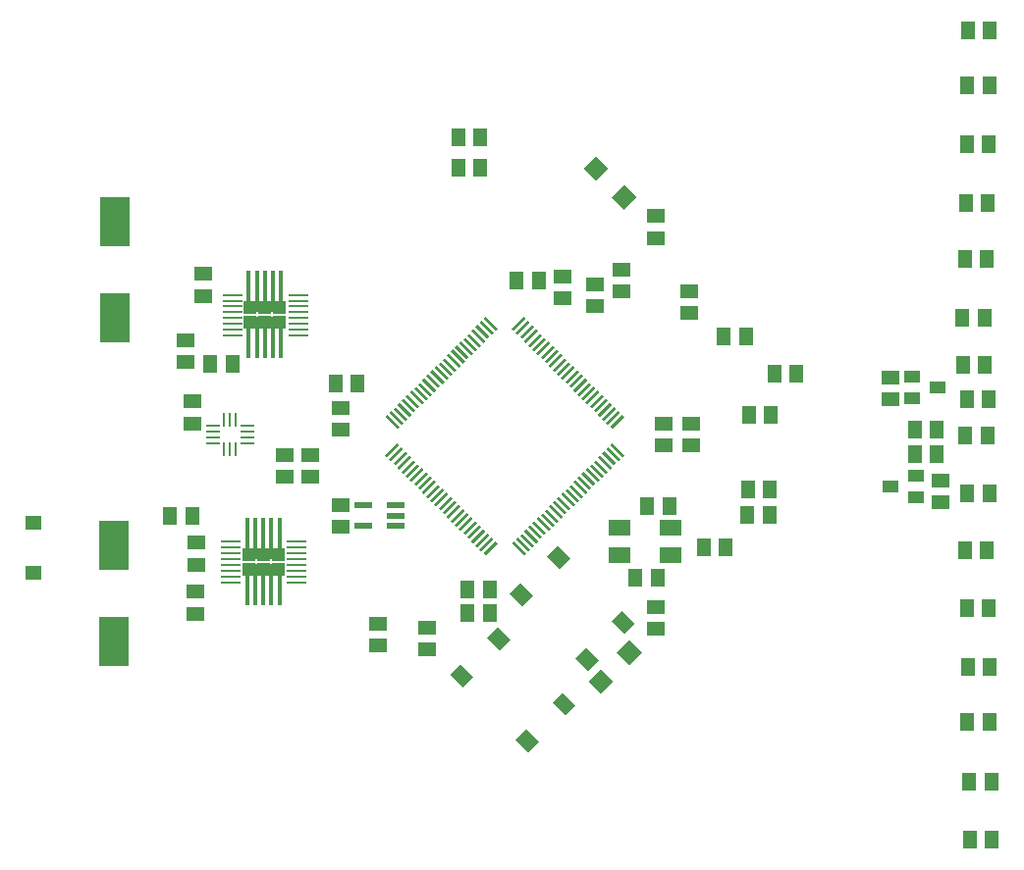
<source format=gbr>
G04 EAGLE Gerber RS-274X export*
G75*
%MOMM*%
%FSLAX34Y34*%
%LPD*%
%INSolderpaste Top*%
%IPPOS*%
%AMOC8*
5,1,8,0,0,1.08239X$1,22.5*%
G01*
%ADD10R,1.500000X1.300000*%
%ADD11R,1.300000X1.500000*%
%ADD12R,1.500000X1.500000*%
%ADD13R,1.900000X1.400000*%
%ADD14R,1.400000X1.000000*%
%ADD15R,1.300000X1.600000*%
%ADD16R,1.600000X1.300000*%
%ADD17R,1.550000X1.300000*%
%ADD18R,0.254000X1.473200*%
%ADD19R,1.778000X0.254000*%
%ADD20R,0.304800X3.556000*%
%ADD21R,2.500000X4.300000*%
%ADD22R,1.250000X0.250000*%
%ADD23R,0.250000X1.250000*%
%ADD24R,1.500000X0.500000*%
%ADD25R,1.470000X1.270000*%

G36*
X192738Y534087D02*
X192738Y534087D01*
X192740Y534086D01*
X192783Y534106D01*
X192827Y534124D01*
X192827Y534126D01*
X192829Y534127D01*
X192862Y534212D01*
X192862Y544912D01*
X192861Y544914D01*
X192862Y544916D01*
X192842Y544959D01*
X192824Y545003D01*
X192822Y545003D01*
X192821Y545005D01*
X192736Y545038D01*
X182036Y545038D01*
X182034Y545037D01*
X182032Y545038D01*
X181989Y545018D01*
X181945Y545000D01*
X181945Y544998D01*
X181943Y544997D01*
X181910Y544912D01*
X181910Y534212D01*
X181911Y534210D01*
X181910Y534208D01*
X181930Y534165D01*
X181948Y534121D01*
X181950Y534121D01*
X181951Y534119D01*
X182036Y534086D01*
X192736Y534086D01*
X192738Y534087D01*
G37*
G36*
X218138Y534087D02*
X218138Y534087D01*
X218140Y534086D01*
X218183Y534106D01*
X218227Y534124D01*
X218227Y534126D01*
X218229Y534127D01*
X218262Y534212D01*
X218262Y544912D01*
X218261Y544914D01*
X218262Y544916D01*
X218242Y544959D01*
X218224Y545003D01*
X218222Y545003D01*
X218221Y545005D01*
X218136Y545038D01*
X207436Y545038D01*
X207434Y545037D01*
X207432Y545038D01*
X207389Y545018D01*
X207345Y545000D01*
X207345Y544998D01*
X207343Y544997D01*
X207310Y544912D01*
X207310Y534212D01*
X207311Y534210D01*
X207310Y534208D01*
X207330Y534165D01*
X207348Y534121D01*
X207350Y534121D01*
X207351Y534119D01*
X207436Y534086D01*
X218136Y534086D01*
X218138Y534087D01*
G37*
G36*
X205438Y534087D02*
X205438Y534087D01*
X205440Y534086D01*
X205483Y534106D01*
X205527Y534124D01*
X205527Y534126D01*
X205529Y534127D01*
X205562Y534212D01*
X205562Y544912D01*
X205561Y544914D01*
X205562Y544916D01*
X205542Y544959D01*
X205524Y545003D01*
X205522Y545003D01*
X205521Y545005D01*
X205436Y545038D01*
X194736Y545038D01*
X194734Y545037D01*
X194732Y545038D01*
X194689Y545018D01*
X194645Y545000D01*
X194645Y544998D01*
X194643Y544997D01*
X194610Y544912D01*
X194610Y534212D01*
X194611Y534210D01*
X194610Y534208D01*
X194630Y534165D01*
X194648Y534121D01*
X194650Y534121D01*
X194651Y534119D01*
X194736Y534086D01*
X205436Y534086D01*
X205438Y534087D01*
G37*
G36*
X218138Y521387D02*
X218138Y521387D01*
X218140Y521386D01*
X218183Y521406D01*
X218227Y521424D01*
X218227Y521426D01*
X218229Y521427D01*
X218262Y521512D01*
X218262Y532212D01*
X218261Y532214D01*
X218262Y532216D01*
X218242Y532259D01*
X218224Y532303D01*
X218222Y532303D01*
X218221Y532305D01*
X218136Y532338D01*
X207436Y532338D01*
X207434Y532337D01*
X207432Y532338D01*
X207389Y532318D01*
X207345Y532300D01*
X207345Y532298D01*
X207343Y532297D01*
X207310Y532212D01*
X207310Y521512D01*
X207311Y521510D01*
X207310Y521508D01*
X207330Y521465D01*
X207348Y521421D01*
X207350Y521421D01*
X207351Y521419D01*
X207436Y521386D01*
X218136Y521386D01*
X218138Y521387D01*
G37*
G36*
X205438Y521387D02*
X205438Y521387D01*
X205440Y521386D01*
X205483Y521406D01*
X205527Y521424D01*
X205527Y521426D01*
X205529Y521427D01*
X205562Y521512D01*
X205562Y532212D01*
X205561Y532214D01*
X205562Y532216D01*
X205542Y532259D01*
X205524Y532303D01*
X205522Y532303D01*
X205521Y532305D01*
X205436Y532338D01*
X194736Y532338D01*
X194734Y532337D01*
X194732Y532338D01*
X194689Y532318D01*
X194645Y532300D01*
X194645Y532298D01*
X194643Y532297D01*
X194610Y532212D01*
X194610Y521512D01*
X194611Y521510D01*
X194610Y521508D01*
X194630Y521465D01*
X194648Y521421D01*
X194650Y521421D01*
X194651Y521419D01*
X194736Y521386D01*
X205436Y521386D01*
X205438Y521387D01*
G37*
G36*
X192738Y521387D02*
X192738Y521387D01*
X192740Y521386D01*
X192783Y521406D01*
X192827Y521424D01*
X192827Y521426D01*
X192829Y521427D01*
X192862Y521512D01*
X192862Y532212D01*
X192861Y532214D01*
X192862Y532216D01*
X192842Y532259D01*
X192824Y532303D01*
X192822Y532303D01*
X192821Y532305D01*
X192736Y532338D01*
X182036Y532338D01*
X182034Y532337D01*
X182032Y532338D01*
X181989Y532318D01*
X181945Y532300D01*
X181945Y532298D01*
X181943Y532297D01*
X181910Y532212D01*
X181910Y521512D01*
X181911Y521510D01*
X181910Y521508D01*
X181930Y521465D01*
X181948Y521421D01*
X181950Y521421D01*
X181951Y521419D01*
X182036Y521386D01*
X192736Y521386D01*
X192738Y521387D01*
G37*
G36*
X191214Y320981D02*
X191214Y320981D01*
X191216Y320980D01*
X191259Y321000D01*
X191303Y321018D01*
X191303Y321020D01*
X191305Y321021D01*
X191338Y321106D01*
X191338Y331806D01*
X191337Y331808D01*
X191338Y331810D01*
X191318Y331853D01*
X191300Y331897D01*
X191298Y331897D01*
X191297Y331899D01*
X191212Y331932D01*
X180512Y331932D01*
X180510Y331931D01*
X180508Y331932D01*
X180465Y331912D01*
X180421Y331894D01*
X180421Y331892D01*
X180419Y331891D01*
X180386Y331806D01*
X180386Y321106D01*
X180387Y321104D01*
X180386Y321102D01*
X180406Y321059D01*
X180424Y321015D01*
X180426Y321015D01*
X180427Y321013D01*
X180512Y320980D01*
X191212Y320980D01*
X191214Y320981D01*
G37*
G36*
X216614Y320981D02*
X216614Y320981D01*
X216616Y320980D01*
X216659Y321000D01*
X216703Y321018D01*
X216703Y321020D01*
X216705Y321021D01*
X216738Y321106D01*
X216738Y331806D01*
X216737Y331808D01*
X216738Y331810D01*
X216718Y331853D01*
X216700Y331897D01*
X216698Y331897D01*
X216697Y331899D01*
X216612Y331932D01*
X205912Y331932D01*
X205910Y331931D01*
X205908Y331932D01*
X205865Y331912D01*
X205821Y331894D01*
X205821Y331892D01*
X205819Y331891D01*
X205786Y331806D01*
X205786Y321106D01*
X205787Y321104D01*
X205786Y321102D01*
X205806Y321059D01*
X205824Y321015D01*
X205826Y321015D01*
X205827Y321013D01*
X205912Y320980D01*
X216612Y320980D01*
X216614Y320981D01*
G37*
G36*
X203914Y320981D02*
X203914Y320981D01*
X203916Y320980D01*
X203959Y321000D01*
X204003Y321018D01*
X204003Y321020D01*
X204005Y321021D01*
X204038Y321106D01*
X204038Y331806D01*
X204037Y331808D01*
X204038Y331810D01*
X204018Y331853D01*
X204000Y331897D01*
X203998Y331897D01*
X203997Y331899D01*
X203912Y331932D01*
X193212Y331932D01*
X193210Y331931D01*
X193208Y331932D01*
X193165Y331912D01*
X193121Y331894D01*
X193121Y331892D01*
X193119Y331891D01*
X193086Y331806D01*
X193086Y321106D01*
X193087Y321104D01*
X193086Y321102D01*
X193106Y321059D01*
X193124Y321015D01*
X193126Y321015D01*
X193127Y321013D01*
X193212Y320980D01*
X203912Y320980D01*
X203914Y320981D01*
G37*
G36*
X191214Y308281D02*
X191214Y308281D01*
X191216Y308280D01*
X191259Y308300D01*
X191303Y308318D01*
X191303Y308320D01*
X191305Y308321D01*
X191338Y308406D01*
X191338Y319106D01*
X191337Y319108D01*
X191338Y319110D01*
X191318Y319153D01*
X191300Y319197D01*
X191298Y319197D01*
X191297Y319199D01*
X191212Y319232D01*
X180512Y319232D01*
X180510Y319231D01*
X180508Y319232D01*
X180465Y319212D01*
X180421Y319194D01*
X180421Y319192D01*
X180419Y319191D01*
X180386Y319106D01*
X180386Y308406D01*
X180387Y308404D01*
X180386Y308402D01*
X180406Y308359D01*
X180424Y308315D01*
X180426Y308315D01*
X180427Y308313D01*
X180512Y308280D01*
X191212Y308280D01*
X191214Y308281D01*
G37*
G36*
X203914Y308281D02*
X203914Y308281D01*
X203916Y308280D01*
X203959Y308300D01*
X204003Y308318D01*
X204003Y308320D01*
X204005Y308321D01*
X204038Y308406D01*
X204038Y319106D01*
X204037Y319108D01*
X204038Y319110D01*
X204018Y319153D01*
X204000Y319197D01*
X203998Y319197D01*
X203997Y319199D01*
X203912Y319232D01*
X193212Y319232D01*
X193210Y319231D01*
X193208Y319232D01*
X193165Y319212D01*
X193121Y319194D01*
X193121Y319192D01*
X193119Y319191D01*
X193086Y319106D01*
X193086Y308406D01*
X193087Y308404D01*
X193086Y308402D01*
X193106Y308359D01*
X193124Y308315D01*
X193126Y308315D01*
X193127Y308313D01*
X193212Y308280D01*
X203912Y308280D01*
X203914Y308281D01*
G37*
G36*
X216614Y308281D02*
X216614Y308281D01*
X216616Y308280D01*
X216659Y308300D01*
X216703Y308318D01*
X216703Y308320D01*
X216705Y308321D01*
X216738Y308406D01*
X216738Y319106D01*
X216737Y319108D01*
X216738Y319110D01*
X216718Y319153D01*
X216700Y319197D01*
X216698Y319197D01*
X216697Y319199D01*
X216612Y319232D01*
X205912Y319232D01*
X205910Y319231D01*
X205908Y319232D01*
X205865Y319212D01*
X205821Y319194D01*
X205821Y319192D01*
X205819Y319191D01*
X205786Y319106D01*
X205786Y308406D01*
X205787Y308404D01*
X205786Y308402D01*
X205806Y308359D01*
X205824Y308315D01*
X205826Y308315D01*
X205827Y308313D01*
X205912Y308280D01*
X216612Y308280D01*
X216614Y308281D01*
G37*
D10*
X265110Y434304D03*
X265110Y453304D03*
D11*
X279822Y474152D03*
X260822Y474152D03*
X529808Y368488D03*
X548808Y368488D03*
X519516Y306644D03*
X538516Y306644D03*
D10*
X456842Y566626D03*
X456842Y547626D03*
D11*
X393868Y276032D03*
X374868Y276032D03*
D10*
X484444Y559730D03*
X484444Y540730D03*
X137480Y458638D03*
X137480Y439638D03*
X544256Y439588D03*
X544256Y420588D03*
X567624Y439588D03*
X567624Y420588D03*
D11*
X417032Y563184D03*
X436032Y563184D03*
X393868Y296352D03*
X374868Y296352D03*
D12*
G36*
X489604Y227726D02*
X500210Y217120D01*
X489604Y206514D01*
X478998Y217120D01*
X489604Y227726D01*
G37*
G36*
X514352Y252474D02*
X524958Y241868D01*
X514352Y231262D01*
X503746Y241868D01*
X514352Y252474D01*
G37*
G36*
X495780Y659792D02*
X485174Y649186D01*
X474568Y659792D01*
X485174Y670398D01*
X495780Y659792D01*
G37*
G36*
X520528Y635044D02*
X509922Y624438D01*
X499316Y635044D01*
X509922Y645650D01*
X520528Y635044D01*
G37*
D13*
X550000Y349632D03*
X506000Y349632D03*
X506000Y325632D03*
X550000Y325632D03*
D14*
X780046Y470982D03*
X758046Y461482D03*
X758046Y480482D03*
X739298Y385488D03*
X761298Y394988D03*
X761298Y375988D03*
D15*
X825458Y229152D03*
X806458Y229152D03*
X824614Y280200D03*
X805614Y280200D03*
X822862Y330346D03*
X803862Y330346D03*
D16*
X239202Y412664D03*
X239202Y393664D03*
X216850Y412664D03*
X216850Y393664D03*
X507304Y553684D03*
X507304Y572684D03*
D15*
X824764Y379448D03*
X805764Y379448D03*
X823210Y429000D03*
X804210Y429000D03*
X821218Y489844D03*
X802218Y489844D03*
X820510Y531050D03*
X801510Y531050D03*
X827060Y80104D03*
X808060Y80104D03*
X822516Y581350D03*
X803516Y581350D03*
X823464Y630052D03*
X804464Y630052D03*
X824414Y680352D03*
X805414Y680352D03*
X824762Y731500D03*
X805762Y731500D03*
X825364Y779100D03*
X806364Y779100D03*
X824508Y460784D03*
X805508Y460784D03*
X658658Y482412D03*
X639658Y482412D03*
D16*
X537168Y599884D03*
X537168Y618884D03*
X537022Y262092D03*
X537022Y281092D03*
D15*
X636504Y447118D03*
X617504Y447118D03*
D16*
X739836Y460212D03*
X739836Y479212D03*
X782508Y390566D03*
X782508Y371566D03*
D15*
X635140Y360674D03*
X616140Y360674D03*
X578698Y332552D03*
X597698Y332552D03*
X614780Y514820D03*
X595780Y514820D03*
D16*
X566052Y553972D03*
X566052Y534972D03*
D15*
X826512Y130250D03*
X807512Y130250D03*
X824962Y181996D03*
X805962Y181996D03*
D17*
G36*
X425315Y175927D02*
X436274Y164968D01*
X427081Y155775D01*
X416122Y166734D01*
X425315Y175927D01*
G37*
G36*
X369100Y232142D02*
X380059Y221183D01*
X370866Y211990D01*
X359907Y222949D01*
X369100Y232142D01*
G37*
G36*
X457134Y207746D02*
X468093Y196787D01*
X458900Y187594D01*
X447941Y198553D01*
X457134Y207746D01*
G37*
G36*
X400919Y263961D02*
X411878Y253002D01*
X402685Y243809D01*
X391726Y254768D01*
X400919Y263961D01*
G37*
D18*
G36*
X425161Y327521D02*
X423365Y325725D01*
X412949Y336141D01*
X414745Y337937D01*
X425161Y327521D01*
G37*
G36*
X428574Y330934D02*
X426778Y329138D01*
X416362Y339554D01*
X418158Y341350D01*
X428574Y330934D01*
G37*
G36*
X432166Y334526D02*
X430370Y332730D01*
X419954Y343146D01*
X421750Y344942D01*
X432166Y334526D01*
G37*
G36*
X435758Y338118D02*
X433962Y336322D01*
X423546Y346738D01*
X425342Y348534D01*
X435758Y338118D01*
G37*
G36*
X439350Y341710D02*
X437554Y339914D01*
X427138Y350330D01*
X428934Y352126D01*
X439350Y341710D01*
G37*
G36*
X442762Y345123D02*
X440966Y343327D01*
X430550Y353743D01*
X432346Y355539D01*
X442762Y345123D01*
G37*
G36*
X446355Y348715D02*
X444559Y346919D01*
X434143Y357335D01*
X435939Y359131D01*
X446355Y348715D01*
G37*
G36*
X449947Y352307D02*
X448151Y350511D01*
X437735Y360927D01*
X439531Y362723D01*
X449947Y352307D01*
G37*
G36*
X453359Y355719D02*
X451563Y353923D01*
X441147Y364339D01*
X442943Y366135D01*
X453359Y355719D01*
G37*
G36*
X456951Y359311D02*
X455155Y357515D01*
X444739Y367931D01*
X446535Y369727D01*
X456951Y359311D01*
G37*
G36*
X460543Y362903D02*
X458747Y361107D01*
X448331Y371523D01*
X450127Y373319D01*
X460543Y362903D01*
G37*
G36*
X463956Y366316D02*
X462160Y364520D01*
X451744Y374936D01*
X453540Y376732D01*
X463956Y366316D01*
G37*
G36*
X467548Y369908D02*
X465752Y368112D01*
X455336Y378528D01*
X457132Y380324D01*
X467548Y369908D01*
G37*
G36*
X471140Y373500D02*
X469344Y371704D01*
X458928Y382120D01*
X460724Y383916D01*
X471140Y373500D01*
G37*
G36*
X474553Y376913D02*
X472757Y375117D01*
X462341Y385533D01*
X464137Y387329D01*
X474553Y376913D01*
G37*
G36*
X478145Y380505D02*
X476349Y378709D01*
X465933Y389125D01*
X467729Y390921D01*
X478145Y380505D01*
G37*
G36*
X481737Y384097D02*
X479941Y382301D01*
X469525Y392717D01*
X471321Y394513D01*
X481737Y384097D01*
G37*
G36*
X485149Y387509D02*
X483353Y385713D01*
X472937Y396129D01*
X474733Y397925D01*
X485149Y387509D01*
G37*
G36*
X488741Y391101D02*
X486945Y389305D01*
X476529Y399721D01*
X478325Y401517D01*
X488741Y391101D01*
G37*
G36*
X492333Y394694D02*
X490537Y392898D01*
X480121Y403314D01*
X481917Y405110D01*
X492333Y394694D01*
G37*
G36*
X495746Y398106D02*
X493950Y396310D01*
X483534Y406726D01*
X485330Y408522D01*
X495746Y398106D01*
G37*
G36*
X499338Y401698D02*
X497542Y399902D01*
X487126Y410318D01*
X488922Y412114D01*
X499338Y401698D01*
G37*
G36*
X502930Y405290D02*
X501134Y403494D01*
X490718Y413910D01*
X492514Y415706D01*
X502930Y405290D01*
G37*
G36*
X506522Y408882D02*
X504726Y407086D01*
X494310Y417502D01*
X496106Y419298D01*
X506522Y408882D01*
G37*
G36*
X509935Y412295D02*
X508139Y410499D01*
X497723Y420915D01*
X499519Y422711D01*
X509935Y412295D01*
G37*
G36*
X499519Y434925D02*
X497723Y436721D01*
X508139Y447137D01*
X509935Y445341D01*
X499519Y434925D01*
G37*
G36*
X496106Y438338D02*
X494310Y440134D01*
X504726Y450550D01*
X506522Y448754D01*
X496106Y438338D01*
G37*
G36*
X492514Y441930D02*
X490718Y443726D01*
X501134Y454142D01*
X502930Y452346D01*
X492514Y441930D01*
G37*
G36*
X488922Y445522D02*
X487126Y447318D01*
X497542Y457734D01*
X499338Y455938D01*
X488922Y445522D01*
G37*
G36*
X485330Y449114D02*
X483534Y450910D01*
X493950Y461326D01*
X495746Y459530D01*
X485330Y449114D01*
G37*
G36*
X481917Y452526D02*
X480121Y454322D01*
X490537Y464738D01*
X492333Y462942D01*
X481917Y452526D01*
G37*
G36*
X478325Y456119D02*
X476529Y457915D01*
X486945Y468331D01*
X488741Y466535D01*
X478325Y456119D01*
G37*
G36*
X474733Y459711D02*
X472937Y461507D01*
X483353Y471923D01*
X485149Y470127D01*
X474733Y459711D01*
G37*
G36*
X471321Y463123D02*
X469525Y464919D01*
X479941Y475335D01*
X481737Y473539D01*
X471321Y463123D01*
G37*
G36*
X467729Y466715D02*
X465933Y468511D01*
X476349Y478927D01*
X478145Y477131D01*
X467729Y466715D01*
G37*
G36*
X464137Y470307D02*
X462341Y472103D01*
X472757Y482519D01*
X474553Y480723D01*
X464137Y470307D01*
G37*
G36*
X460724Y473720D02*
X458928Y475516D01*
X469344Y485932D01*
X471140Y484136D01*
X460724Y473720D01*
G37*
G36*
X457132Y477312D02*
X455336Y479108D01*
X465752Y489524D01*
X467548Y487728D01*
X457132Y477312D01*
G37*
G36*
X453540Y480904D02*
X451744Y482700D01*
X462160Y493116D01*
X463956Y491320D01*
X453540Y480904D01*
G37*
G36*
X450127Y484317D02*
X448331Y486113D01*
X458747Y496529D01*
X460543Y494733D01*
X450127Y484317D01*
G37*
G36*
X446535Y487909D02*
X444739Y489705D01*
X455155Y500121D01*
X456951Y498325D01*
X446535Y487909D01*
G37*
G36*
X442943Y491501D02*
X441147Y493297D01*
X451563Y503713D01*
X453359Y501917D01*
X442943Y491501D01*
G37*
G36*
X439531Y494913D02*
X437735Y496709D01*
X448151Y507125D01*
X449947Y505329D01*
X439531Y494913D01*
G37*
G36*
X435939Y498505D02*
X434143Y500301D01*
X444559Y510717D01*
X446355Y508921D01*
X435939Y498505D01*
G37*
G36*
X432346Y502097D02*
X430550Y503893D01*
X440966Y514309D01*
X442762Y512513D01*
X432346Y502097D01*
G37*
G36*
X428934Y505510D02*
X427138Y507306D01*
X437554Y517722D01*
X439350Y515926D01*
X428934Y505510D01*
G37*
G36*
X425342Y509102D02*
X423546Y510898D01*
X433962Y521314D01*
X435758Y519518D01*
X425342Y509102D01*
G37*
G36*
X421750Y512694D02*
X419954Y514490D01*
X430370Y524906D01*
X432166Y523110D01*
X421750Y512694D01*
G37*
G36*
X418158Y516286D02*
X416362Y518082D01*
X426778Y528498D01*
X428574Y526702D01*
X418158Y516286D01*
G37*
G36*
X414745Y519699D02*
X412949Y521495D01*
X423365Y531911D01*
X425161Y530115D01*
X414745Y519699D01*
G37*
G36*
X400735Y521495D02*
X398939Y519699D01*
X388523Y530115D01*
X390319Y531911D01*
X400735Y521495D01*
G37*
G36*
X397322Y518082D02*
X395526Y516286D01*
X385110Y526702D01*
X386906Y528498D01*
X397322Y518082D01*
G37*
G36*
X393730Y514490D02*
X391934Y512694D01*
X381518Y523110D01*
X383314Y524906D01*
X393730Y514490D01*
G37*
G36*
X390138Y510898D02*
X388342Y509102D01*
X377926Y519518D01*
X379722Y521314D01*
X390138Y510898D01*
G37*
G36*
X386546Y507306D02*
X384750Y505510D01*
X374334Y515926D01*
X376130Y517722D01*
X386546Y507306D01*
G37*
G36*
X383134Y503893D02*
X381338Y502097D01*
X370922Y512513D01*
X372718Y514309D01*
X383134Y503893D01*
G37*
G36*
X379541Y500301D02*
X377745Y498505D01*
X367329Y508921D01*
X369125Y510717D01*
X379541Y500301D01*
G37*
G36*
X375949Y496709D02*
X374153Y494913D01*
X363737Y505329D01*
X365533Y507125D01*
X375949Y496709D01*
G37*
G36*
X372537Y493297D02*
X370741Y491501D01*
X360325Y501917D01*
X362121Y503713D01*
X372537Y493297D01*
G37*
G36*
X368945Y489705D02*
X367149Y487909D01*
X356733Y498325D01*
X358529Y500121D01*
X368945Y489705D01*
G37*
G36*
X365353Y486113D02*
X363557Y484317D01*
X353141Y494733D01*
X354937Y496529D01*
X365353Y486113D01*
G37*
G36*
X361940Y482700D02*
X360144Y480904D01*
X349728Y491320D01*
X351524Y493116D01*
X361940Y482700D01*
G37*
G36*
X358348Y479108D02*
X356552Y477312D01*
X346136Y487728D01*
X347932Y489524D01*
X358348Y479108D01*
G37*
G36*
X354756Y475516D02*
X352960Y473720D01*
X342544Y484136D01*
X344340Y485932D01*
X354756Y475516D01*
G37*
G36*
X351343Y472103D02*
X349547Y470307D01*
X339131Y480723D01*
X340927Y482519D01*
X351343Y472103D01*
G37*
G36*
X347751Y468511D02*
X345955Y466715D01*
X335539Y477131D01*
X337335Y478927D01*
X347751Y468511D01*
G37*
G36*
X344159Y464919D02*
X342363Y463123D01*
X331947Y473539D01*
X333743Y475335D01*
X344159Y464919D01*
G37*
G36*
X340747Y461507D02*
X338951Y459711D01*
X328535Y470127D01*
X330331Y471923D01*
X340747Y461507D01*
G37*
G36*
X337155Y457915D02*
X335359Y456119D01*
X324943Y466535D01*
X326739Y468331D01*
X337155Y457915D01*
G37*
G36*
X333563Y454322D02*
X331767Y452526D01*
X321351Y462942D01*
X323147Y464738D01*
X333563Y454322D01*
G37*
G36*
X330150Y450910D02*
X328354Y449114D01*
X317938Y459530D01*
X319734Y461326D01*
X330150Y450910D01*
G37*
G36*
X326558Y447318D02*
X324762Y445522D01*
X314346Y455938D01*
X316142Y457734D01*
X326558Y447318D01*
G37*
G36*
X322966Y443726D02*
X321170Y441930D01*
X310754Y452346D01*
X312550Y454142D01*
X322966Y443726D01*
G37*
G36*
X319374Y440134D02*
X317578Y438338D01*
X307162Y448754D01*
X308958Y450550D01*
X319374Y440134D01*
G37*
G36*
X315961Y436721D02*
X314165Y434925D01*
X303749Y445341D01*
X305545Y447137D01*
X315961Y436721D01*
G37*
G36*
X305545Y410499D02*
X303749Y412295D01*
X314165Y422711D01*
X315961Y420915D01*
X305545Y410499D01*
G37*
G36*
X308958Y407086D02*
X307162Y408882D01*
X317578Y419298D01*
X319374Y417502D01*
X308958Y407086D01*
G37*
G36*
X312550Y403494D02*
X310754Y405290D01*
X321170Y415706D01*
X322966Y413910D01*
X312550Y403494D01*
G37*
G36*
X316142Y399902D02*
X314346Y401698D01*
X324762Y412114D01*
X326558Y410318D01*
X316142Y399902D01*
G37*
G36*
X319734Y396310D02*
X317938Y398106D01*
X328354Y408522D01*
X330150Y406726D01*
X319734Y396310D01*
G37*
G36*
X323147Y392898D02*
X321351Y394694D01*
X331767Y405110D01*
X333563Y403314D01*
X323147Y392898D01*
G37*
G36*
X326739Y389305D02*
X324943Y391101D01*
X335359Y401517D01*
X337155Y399721D01*
X326739Y389305D01*
G37*
G36*
X330331Y385713D02*
X328535Y387509D01*
X338951Y397925D01*
X340747Y396129D01*
X330331Y385713D01*
G37*
G36*
X333743Y382301D02*
X331947Y384097D01*
X342363Y394513D01*
X344159Y392717D01*
X333743Y382301D01*
G37*
G36*
X337335Y378709D02*
X335539Y380505D01*
X345955Y390921D01*
X347751Y389125D01*
X337335Y378709D01*
G37*
G36*
X340927Y375117D02*
X339131Y376913D01*
X349547Y387329D01*
X351343Y385533D01*
X340927Y375117D01*
G37*
G36*
X344340Y371704D02*
X342544Y373500D01*
X352960Y383916D01*
X354756Y382120D01*
X344340Y371704D01*
G37*
G36*
X347932Y368112D02*
X346136Y369908D01*
X356552Y380324D01*
X358348Y378528D01*
X347932Y368112D01*
G37*
G36*
X351524Y364520D02*
X349728Y366316D01*
X360144Y376732D01*
X361940Y374936D01*
X351524Y364520D01*
G37*
G36*
X354937Y361107D02*
X353141Y362903D01*
X363557Y373319D01*
X365353Y371523D01*
X354937Y361107D01*
G37*
G36*
X358529Y357515D02*
X356733Y359311D01*
X367149Y369727D01*
X368945Y367931D01*
X358529Y357515D01*
G37*
G36*
X362121Y353923D02*
X360325Y355719D01*
X370741Y366135D01*
X372537Y364339D01*
X362121Y353923D01*
G37*
G36*
X365533Y350511D02*
X363737Y352307D01*
X374153Y362723D01*
X375949Y360927D01*
X365533Y350511D01*
G37*
G36*
X369125Y346919D02*
X367329Y348715D01*
X377745Y359131D01*
X379541Y357335D01*
X369125Y346919D01*
G37*
G36*
X372718Y343327D02*
X370922Y345123D01*
X381338Y355539D01*
X383134Y353743D01*
X372718Y343327D01*
G37*
G36*
X376130Y339914D02*
X374334Y341710D01*
X384750Y352126D01*
X386546Y350330D01*
X376130Y339914D01*
G37*
G36*
X379722Y336322D02*
X377926Y338118D01*
X388342Y348534D01*
X390138Y346738D01*
X379722Y336322D01*
G37*
G36*
X383314Y332730D02*
X381518Y334526D01*
X391934Y344942D01*
X393730Y343146D01*
X383314Y332730D01*
G37*
G36*
X386906Y329138D02*
X385110Y330934D01*
X395526Y341350D01*
X397322Y339554D01*
X386906Y329138D01*
G37*
G36*
X390319Y325725D02*
X388523Y327521D01*
X398939Y337937D01*
X400735Y336141D01*
X390319Y325725D01*
G37*
D17*
G36*
X476831Y246239D02*
X487790Y235280D01*
X478597Y226087D01*
X467638Y237046D01*
X476831Y246239D01*
G37*
G36*
X420616Y302454D02*
X431575Y291495D01*
X422382Y282302D01*
X411423Y293261D01*
X420616Y302454D01*
G37*
G36*
X508650Y278058D02*
X519609Y267099D01*
X510416Y257906D01*
X499457Y268865D01*
X508650Y278058D01*
G37*
G36*
X452435Y334273D02*
X463394Y323314D01*
X454201Y314121D01*
X443242Y325080D01*
X452435Y334273D01*
G37*
D19*
X228666Y515712D03*
X228666Y520712D03*
X228666Y525712D03*
X228666Y530712D03*
X228666Y535712D03*
X228666Y540712D03*
X228666Y545712D03*
X228666Y550712D03*
D20*
X214086Y553792D03*
X207086Y553792D03*
X200086Y553792D03*
X193086Y553792D03*
X186086Y553792D03*
D19*
X172522Y550712D03*
X172522Y545712D03*
X172522Y540712D03*
X172522Y535712D03*
X172522Y530712D03*
X172522Y525712D03*
X172522Y520712D03*
X172522Y515712D03*
D20*
X186086Y513648D03*
X193086Y513648D03*
X200086Y513648D03*
X207086Y513648D03*
X214086Y513648D03*
D10*
X146492Y568620D03*
X146492Y549620D03*
D11*
X171994Y491048D03*
X152994Y491048D03*
D10*
X131252Y511724D03*
X131252Y492724D03*
D21*
X70800Y530828D03*
X70800Y613828D03*
D19*
X227142Y302606D03*
X227142Y307606D03*
X227142Y312606D03*
X227142Y317606D03*
X227142Y322606D03*
X227142Y327606D03*
X227142Y332606D03*
X227142Y337606D03*
D20*
X212562Y340686D03*
X205562Y340686D03*
X198562Y340686D03*
X191562Y340686D03*
X184562Y340686D03*
D19*
X170998Y337606D03*
X170998Y332606D03*
X170998Y327606D03*
X170998Y322606D03*
X170998Y317606D03*
X170998Y312606D03*
X170998Y307606D03*
X170998Y302606D03*
D20*
X184562Y300542D03*
X191562Y300542D03*
X198562Y300542D03*
X205562Y300542D03*
X212562Y300542D03*
D11*
X137450Y359476D03*
X118450Y359476D03*
D10*
X140396Y275554D03*
X140396Y294554D03*
X140650Y317718D03*
X140650Y336718D03*
D15*
X635596Y382332D03*
X616596Y382332D03*
D11*
X779308Y434152D03*
X760308Y434152D03*
X779308Y412816D03*
X760308Y412816D03*
D21*
X70104Y251108D03*
X70104Y334108D03*
D15*
X385876Y686512D03*
X366876Y686512D03*
X385876Y660072D03*
X366876Y660072D03*
D16*
X297288Y248108D03*
X297288Y267108D03*
X339960Y244340D03*
X339960Y263340D03*
D22*
X185000Y422500D03*
X185000Y427500D03*
X185000Y432500D03*
X185000Y437500D03*
D23*
X175000Y442500D03*
X170000Y442500D03*
X165000Y442500D03*
D22*
X155000Y437500D03*
X155000Y432500D03*
X155000Y427500D03*
X155000Y422500D03*
D23*
X165000Y417500D03*
X170000Y417500D03*
X175000Y417500D03*
D24*
X312500Y351000D03*
X312500Y360000D03*
X312500Y369000D03*
X284500Y369000D03*
X284500Y351000D03*
D10*
X265176Y369164D03*
X265176Y350164D03*
D25*
X0Y310732D03*
X0Y353732D03*
M02*

</source>
